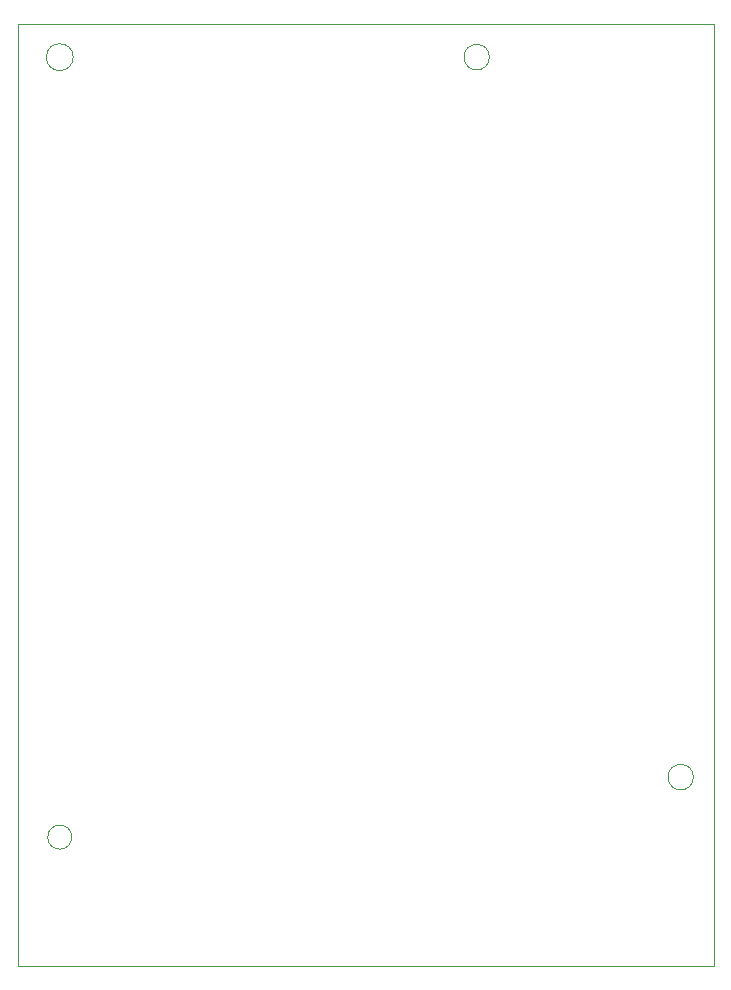
<source format=gbr>
G04 #@! TF.GenerationSoftware,KiCad,Pcbnew,(5.1.5)-3*
G04 #@! TF.CreationDate,2020-05-03T14:35:54+01:00*
G04 #@! TF.ProjectId,RocketTracker,526f636b-6574-4547-9261-636b65722e6b,rev?*
G04 #@! TF.SameCoordinates,Original*
G04 #@! TF.FileFunction,Profile,NP*
%FSLAX46Y46*%
G04 Gerber Fmt 4.6, Leading zero omitted, Abs format (unit mm)*
G04 Created by KiCad (PCBNEW (5.1.5)-3) date 2020-05-03 14:35:54*
%MOMM*%
%LPD*%
G04 APERTURE LIST*
G04 #@! TA.AperFunction,Profile*
%ADD10C,0.050000*%
G04 #@! TD*
G04 APERTURE END LIST*
D10*
X135443631Y-55626000D02*
G75*
G03X135443631Y-55626000I-1077631J0D01*
G01*
X152715631Y-116586000D02*
G75*
G03X152715631Y-116586000I-1077631J0D01*
G01*
X100195923Y-55626000D02*
G75*
G03X100195923Y-55626000I-1135923J0D01*
G01*
X100076000Y-121666000D02*
G75*
G03X100076000Y-121666000I-1016000J0D01*
G01*
X95504000Y-132588000D02*
X154432000Y-132588000D01*
X95504000Y-52832000D02*
X97028000Y-52832000D01*
X95504000Y-132588000D02*
X95504000Y-52832000D01*
X154432000Y-52832000D02*
X154432000Y-132588000D01*
X97028000Y-52832000D02*
X154432000Y-52832000D01*
M02*

</source>
